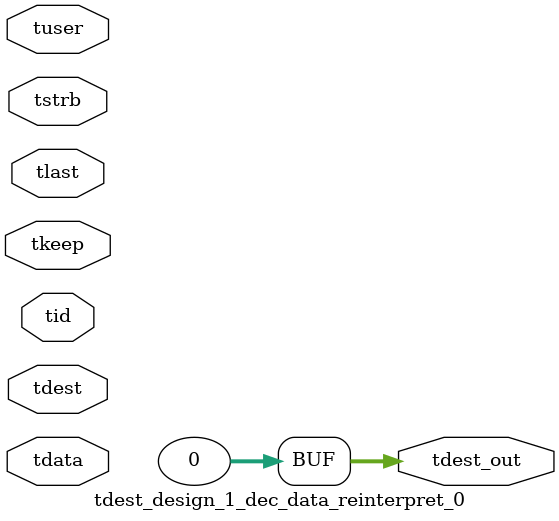
<source format=v>


`timescale 1ps/1ps

module tdest_design_1_dec_data_reinterpret_0 #
(
parameter C_S_AXIS_TDATA_WIDTH = 32,
parameter C_S_AXIS_TUSER_WIDTH = 0,
parameter C_S_AXIS_TID_WIDTH   = 0,
parameter C_S_AXIS_TDEST_WIDTH = 0,
parameter C_M_AXIS_TDEST_WIDTH = 32
)
(
input  [(C_S_AXIS_TDATA_WIDTH == 0 ? 1 : C_S_AXIS_TDATA_WIDTH)-1:0     ] tdata,
input  [(C_S_AXIS_TUSER_WIDTH == 0 ? 1 : C_S_AXIS_TUSER_WIDTH)-1:0     ] tuser,
input  [(C_S_AXIS_TID_WIDTH   == 0 ? 1 : C_S_AXIS_TID_WIDTH)-1:0       ] tid,
input  [(C_S_AXIS_TDEST_WIDTH == 0 ? 1 : C_S_AXIS_TDEST_WIDTH)-1:0     ] tdest,
input  [(C_S_AXIS_TDATA_WIDTH/8)-1:0 ] tkeep,
input  [(C_S_AXIS_TDATA_WIDTH/8)-1:0 ] tstrb,
input                                                                    tlast,
output [C_M_AXIS_TDEST_WIDTH-1:0] tdest_out
);

assign tdest_out = {1'b0};

endmodule


</source>
